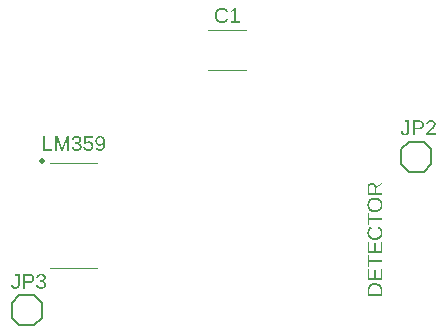
<source format=gbr>
G04 EAGLE Gerber RS-274X export*
G75*
%MOMM*%
%FSLAX34Y34*%
%LPD*%
%INSilkscreen Top*%
%IPPOS*%
%AMOC8*
5,1,8,0,0,1.08239X$1,22.5*%
G01*
G04 Define Apertures*
%ADD10C,0.120000*%
%ADD11C,0.500000*%
%ADD12C,0.152400*%
G36*
X265463Y393166D02*
X265005Y393178D01*
X264562Y393214D01*
X264135Y393275D01*
X263724Y393360D01*
X263328Y393469D01*
X262948Y393602D01*
X262584Y393759D01*
X262236Y393941D01*
X261906Y394145D01*
X261595Y394370D01*
X261306Y394616D01*
X261036Y394883D01*
X260787Y395170D01*
X260558Y395478D01*
X260349Y395807D01*
X260160Y396157D01*
X259993Y396525D01*
X259848Y396910D01*
X259725Y397312D01*
X259625Y397730D01*
X259547Y398165D01*
X259491Y398616D01*
X259457Y399084D01*
X259446Y399568D01*
X259453Y399932D01*
X259471Y400286D01*
X259502Y400630D01*
X259546Y400964D01*
X259602Y401288D01*
X259670Y401602D01*
X259751Y401906D01*
X259845Y402200D01*
X259951Y402484D01*
X260069Y402758D01*
X260343Y403276D01*
X260667Y403755D01*
X261040Y404193D01*
X261458Y404585D01*
X261914Y404925D01*
X262156Y405075D01*
X262408Y405212D01*
X262670Y405336D01*
X262941Y405447D01*
X263222Y405546D01*
X263512Y405630D01*
X263812Y405702D01*
X264121Y405761D01*
X264440Y405807D01*
X264769Y405840D01*
X265107Y405859D01*
X265455Y405866D01*
X265937Y405854D01*
X266399Y405818D01*
X266842Y405757D01*
X267263Y405673D01*
X267665Y405565D01*
X268046Y405432D01*
X268407Y405276D01*
X268748Y405095D01*
X269068Y404891D01*
X269365Y404663D01*
X269641Y404412D01*
X269895Y404138D01*
X270127Y403841D01*
X270338Y403520D01*
X270526Y403176D01*
X270692Y402809D01*
X269107Y402283D01*
X268992Y402545D01*
X268860Y402790D01*
X268712Y403020D01*
X268548Y403234D01*
X268367Y403432D01*
X268170Y403614D01*
X267957Y403780D01*
X267727Y403930D01*
X267484Y404064D01*
X267230Y404179D01*
X266965Y404277D01*
X266689Y404357D01*
X266401Y404419D01*
X266103Y404464D01*
X265793Y404490D01*
X265472Y404499D01*
X264974Y404479D01*
X264504Y404417D01*
X264063Y404314D01*
X263650Y404170D01*
X263266Y403984D01*
X262910Y403758D01*
X262583Y403490D01*
X262284Y403181D01*
X262017Y402836D01*
X261786Y402461D01*
X261590Y402055D01*
X261430Y401619D01*
X261306Y401152D01*
X261217Y400655D01*
X261163Y400127D01*
X261145Y399568D01*
X261164Y399015D01*
X261220Y398490D01*
X261312Y397992D01*
X261442Y397522D01*
X261609Y397080D01*
X261813Y396666D01*
X262054Y396279D01*
X262332Y395920D01*
X262642Y395597D01*
X262978Y395317D01*
X263340Y395080D01*
X263728Y394886D01*
X264142Y394735D01*
X264583Y394627D01*
X265050Y394562D01*
X265542Y394541D01*
X265861Y394551D01*
X266170Y394581D01*
X266469Y394631D01*
X266758Y394701D01*
X267037Y394792D01*
X267306Y394902D01*
X267564Y395032D01*
X267813Y395182D01*
X268051Y395353D01*
X268280Y395543D01*
X268498Y395754D01*
X268707Y395984D01*
X268905Y396235D01*
X269093Y396506D01*
X269272Y396796D01*
X269440Y397107D01*
X270806Y396424D01*
X270606Y396037D01*
X270387Y395675D01*
X270148Y395336D01*
X269890Y395020D01*
X269612Y394729D01*
X269316Y394462D01*
X269000Y394218D01*
X268665Y393998D01*
X268313Y393803D01*
X267947Y393634D01*
X267568Y393491D01*
X267175Y393374D01*
X266768Y393283D01*
X266347Y393218D01*
X265912Y393179D01*
X265463Y393166D01*
G37*
G36*
X280573Y393341D02*
X272839Y393341D01*
X272839Y394681D01*
X275984Y394681D01*
X275984Y404175D01*
X273198Y402187D01*
X273198Y403676D01*
X276115Y405682D01*
X277569Y405682D01*
X277569Y394681D01*
X280573Y394681D01*
X280573Y393341D01*
G37*
G36*
X394923Y233091D02*
X394558Y233097D01*
X394203Y233116D01*
X393858Y233148D01*
X393523Y233192D01*
X393199Y233249D01*
X392884Y233319D01*
X392580Y233401D01*
X392285Y233496D01*
X392001Y233604D01*
X391727Y233724D01*
X391463Y233857D01*
X391209Y234002D01*
X390731Y234332D01*
X390294Y234711D01*
X389903Y235136D01*
X389727Y235364D01*
X389564Y235601D01*
X389414Y235848D01*
X389277Y236105D01*
X389153Y236372D01*
X389042Y236649D01*
X388945Y236936D01*
X388860Y237233D01*
X388788Y237540D01*
X388730Y237856D01*
X388684Y238183D01*
X388651Y238519D01*
X388632Y238866D01*
X388625Y239222D01*
X388637Y239685D01*
X388672Y240132D01*
X388731Y240564D01*
X388813Y240980D01*
X388918Y241381D01*
X389047Y241766D01*
X389199Y242135D01*
X389374Y242489D01*
X389572Y242825D01*
X389791Y243140D01*
X390031Y243435D01*
X390293Y243710D01*
X390575Y243964D01*
X390879Y244198D01*
X391204Y244411D01*
X391551Y244604D01*
X391916Y244776D01*
X392297Y244924D01*
X392694Y245050D01*
X393107Y245153D01*
X393537Y245233D01*
X393983Y245290D01*
X394445Y245324D01*
X394923Y245335D01*
X395399Y245324D01*
X395860Y245289D01*
X396307Y245231D01*
X396738Y245150D01*
X397154Y245046D01*
X397555Y244919D01*
X397941Y244769D01*
X398312Y244595D01*
X398665Y244400D01*
X398997Y244185D01*
X399308Y243950D01*
X399598Y243694D01*
X399866Y243419D01*
X400114Y243123D01*
X400340Y242807D01*
X400546Y242471D01*
X400728Y242118D01*
X400887Y241748D01*
X401021Y241363D01*
X401130Y240963D01*
X401216Y240547D01*
X401276Y240115D01*
X401313Y239667D01*
X401325Y239205D01*
X401313Y238738D01*
X401277Y238287D01*
X401217Y237852D01*
X401133Y237434D01*
X401024Y237032D01*
X400892Y236647D01*
X400735Y236277D01*
X400554Y235924D01*
X400351Y235590D01*
X400126Y235275D01*
X399880Y234982D01*
X399612Y234708D01*
X399322Y234455D01*
X399012Y234222D01*
X398679Y234010D01*
X398325Y233818D01*
X397953Y233648D01*
X397566Y233500D01*
X397163Y233375D01*
X396746Y233273D01*
X396313Y233193D01*
X395865Y233136D01*
X395401Y233102D01*
X394923Y233091D01*
G37*
%LPC*%
G36*
X394923Y234790D02*
X395488Y234808D01*
X396023Y234863D01*
X396529Y234955D01*
X397004Y235083D01*
X397449Y235247D01*
X397865Y235448D01*
X398250Y235685D01*
X398606Y235959D01*
X398925Y236266D01*
X399202Y236601D01*
X399436Y236964D01*
X399627Y237355D01*
X399776Y237775D01*
X399883Y238223D01*
X399946Y238700D01*
X399968Y239205D01*
X399947Y239723D01*
X399885Y240211D01*
X399782Y240668D01*
X399638Y241093D01*
X399453Y241488D01*
X399226Y241851D01*
X398958Y242183D01*
X398649Y242485D01*
X398303Y242752D01*
X397922Y242985D01*
X397508Y243181D01*
X397059Y243342D01*
X396576Y243467D01*
X396059Y243556D01*
X395508Y243610D01*
X394923Y243628D01*
X394362Y243610D01*
X393833Y243556D01*
X393334Y243466D01*
X392867Y243340D01*
X392430Y243178D01*
X392024Y242980D01*
X391649Y242746D01*
X391305Y242476D01*
X390998Y242173D01*
X390731Y241841D01*
X390505Y241478D01*
X390320Y241087D01*
X390176Y240665D01*
X390074Y240214D01*
X390012Y239733D01*
X389992Y239222D01*
X390012Y238707D01*
X390073Y238222D01*
X390174Y237768D01*
X390316Y237343D01*
X390498Y236949D01*
X390721Y236585D01*
X390984Y236250D01*
X391288Y235946D01*
X391628Y235675D01*
X392001Y235441D01*
X392407Y235242D01*
X392845Y235079D01*
X393315Y234953D01*
X393819Y234862D01*
X394354Y234808D01*
X394923Y234790D01*
G37*
%LPD*%
G36*
X401150Y162307D02*
X388809Y162307D01*
X388809Y166388D01*
X388815Y166774D01*
X388834Y167150D01*
X388865Y167514D01*
X388908Y167866D01*
X388963Y168208D01*
X389030Y168538D01*
X389110Y168858D01*
X389202Y169166D01*
X389307Y169463D01*
X389423Y169748D01*
X389552Y170023D01*
X389694Y170286D01*
X389847Y170538D01*
X390013Y170779D01*
X390191Y171009D01*
X390381Y171227D01*
X390583Y171434D01*
X390795Y171626D01*
X391018Y171806D01*
X391250Y171973D01*
X391494Y172126D01*
X391747Y172265D01*
X392011Y172392D01*
X392285Y172505D01*
X392570Y172605D01*
X392865Y172691D01*
X393170Y172764D01*
X393486Y172824D01*
X393812Y172871D01*
X394149Y172904D01*
X394495Y172924D01*
X394853Y172931D01*
X395323Y172919D01*
X395777Y172884D01*
X396218Y172826D01*
X396643Y172745D01*
X397053Y172640D01*
X397448Y172512D01*
X397829Y172361D01*
X398194Y172186D01*
X398542Y171990D01*
X398868Y171775D01*
X399174Y171540D01*
X399459Y171286D01*
X399722Y171013D01*
X399965Y170720D01*
X400187Y170407D01*
X400388Y170075D01*
X400567Y169727D01*
X400721Y169366D01*
X400852Y168992D01*
X400960Y168604D01*
X401043Y168203D01*
X401102Y167790D01*
X401138Y167363D01*
X401150Y166922D01*
X401150Y162307D01*
G37*
%LPC*%
G36*
X399810Y163980D02*
X399810Y166730D01*
X399801Y167064D01*
X399773Y167388D01*
X399726Y167702D01*
X399661Y168005D01*
X399577Y168298D01*
X399475Y168581D01*
X399354Y168854D01*
X399214Y169116D01*
X399057Y169366D01*
X398884Y169601D01*
X398694Y169821D01*
X398487Y170026D01*
X398265Y170216D01*
X398025Y170392D01*
X397770Y170552D01*
X397498Y170697D01*
X397211Y170827D01*
X396912Y170939D01*
X396600Y171034D01*
X396276Y171111D01*
X395939Y171172D01*
X395589Y171215D01*
X395227Y171241D01*
X394853Y171249D01*
X394296Y171229D01*
X393773Y171171D01*
X393285Y171072D01*
X392831Y170935D01*
X392410Y170758D01*
X392024Y170542D01*
X391672Y170287D01*
X391354Y169992D01*
X391071Y169660D01*
X390827Y169294D01*
X390620Y168891D01*
X390450Y168454D01*
X390319Y167982D01*
X390225Y167474D01*
X390168Y166931D01*
X390149Y166353D01*
X390149Y163980D01*
X399810Y163980D01*
G37*
%LPD*%
G36*
X401150Y247682D02*
X388809Y247682D01*
X388809Y253489D01*
X388824Y253995D01*
X388868Y254471D01*
X388940Y254918D01*
X389042Y255336D01*
X389174Y255723D01*
X389334Y256081D01*
X389523Y256409D01*
X389742Y256707D01*
X389987Y256973D01*
X390254Y257204D01*
X390544Y257399D01*
X390858Y257558D01*
X391194Y257682D01*
X391553Y257771D01*
X391934Y257824D01*
X392339Y257842D01*
X392676Y257829D01*
X392999Y257791D01*
X393309Y257729D01*
X393605Y257641D01*
X393887Y257529D01*
X394155Y257391D01*
X394410Y257228D01*
X394651Y257040D01*
X394875Y256830D01*
X395077Y256601D01*
X395257Y256354D01*
X395323Y256243D01*
X395415Y256087D01*
X395552Y255801D01*
X395668Y255496D01*
X395761Y255172D01*
X395834Y254829D01*
X398097Y256320D01*
X401150Y258332D01*
X401150Y256405D01*
X396026Y253200D01*
X396026Y249355D01*
X401150Y249355D01*
X401150Y247682D01*
G37*
%LPC*%
G36*
X394704Y249355D02*
X394704Y253392D01*
X394694Y253713D01*
X394665Y254016D01*
X394617Y254300D01*
X394549Y254565D01*
X394463Y254811D01*
X394356Y255039D01*
X394231Y255247D01*
X394086Y255437D01*
X393924Y255607D01*
X393747Y255753D01*
X393554Y255878D01*
X393345Y255979D01*
X393121Y256058D01*
X392882Y256115D01*
X392627Y256149D01*
X392356Y256160D01*
X392095Y256148D01*
X391850Y256114D01*
X391621Y256057D01*
X391407Y255977D01*
X391210Y255874D01*
X391029Y255749D01*
X390863Y255600D01*
X390714Y255429D01*
X390582Y255236D01*
X390467Y255023D01*
X390370Y254790D01*
X390291Y254536D01*
X390229Y254263D01*
X390185Y253969D01*
X390158Y253656D01*
X390149Y253322D01*
X390149Y249355D01*
X394704Y249355D01*
G37*
%LPD*%
G36*
X401150Y175244D02*
X388809Y175244D01*
X388809Y184607D01*
X390176Y184607D01*
X390176Y176917D01*
X394134Y176917D01*
X394134Y184082D01*
X395483Y184082D01*
X395483Y176917D01*
X399784Y176917D01*
X399784Y184966D01*
X401150Y184966D01*
X401150Y175244D01*
G37*
G36*
X401150Y198150D02*
X388809Y198150D01*
X388809Y207513D01*
X390176Y207513D01*
X390176Y199823D01*
X394134Y199823D01*
X394134Y206988D01*
X395483Y206988D01*
X395483Y199823D01*
X399784Y199823D01*
X399784Y207872D01*
X401150Y207872D01*
X401150Y198150D01*
G37*
G36*
X394923Y209559D02*
X394559Y209565D01*
X394205Y209584D01*
X393861Y209615D01*
X393527Y209658D01*
X393203Y209714D01*
X392889Y209783D01*
X392585Y209864D01*
X392291Y209957D01*
X392007Y210063D01*
X391733Y210181D01*
X391215Y210455D01*
X390736Y210779D01*
X390298Y211153D01*
X389906Y211570D01*
X389566Y212026D01*
X389416Y212269D01*
X389279Y212521D01*
X389155Y212782D01*
X389044Y213053D01*
X388946Y213334D01*
X388861Y213624D01*
X388789Y213924D01*
X388730Y214233D01*
X388684Y214552D01*
X388651Y214881D01*
X388632Y215219D01*
X388625Y215567D01*
X388637Y216050D01*
X388673Y216512D01*
X388734Y216954D01*
X388818Y217376D01*
X388926Y217777D01*
X389059Y218158D01*
X389215Y218519D01*
X389396Y218860D01*
X389600Y219180D01*
X389828Y219478D01*
X390079Y219754D01*
X390353Y220008D01*
X390650Y220240D01*
X390971Y220450D01*
X391315Y220638D01*
X391682Y220805D01*
X392208Y219219D01*
X391946Y219104D01*
X391701Y218972D01*
X391471Y218824D01*
X391257Y218660D01*
X391059Y218479D01*
X390877Y218282D01*
X390711Y218069D01*
X390561Y217840D01*
X390428Y217597D01*
X390312Y217342D01*
X390214Y217077D01*
X390134Y216801D01*
X390072Y216513D01*
X390027Y216215D01*
X390001Y215905D01*
X389992Y215584D01*
X390012Y215086D01*
X390074Y214617D01*
X390177Y214175D01*
X390321Y213763D01*
X390507Y213378D01*
X390733Y213023D01*
X391001Y212695D01*
X391310Y212396D01*
X391655Y212130D01*
X392030Y211898D01*
X392436Y211703D01*
X392872Y211542D01*
X393339Y211418D01*
X393836Y211329D01*
X394364Y211276D01*
X394923Y211258D01*
X395476Y211276D01*
X396001Y211332D01*
X396499Y211425D01*
X396969Y211554D01*
X397411Y211721D01*
X397825Y211925D01*
X398212Y212166D01*
X398571Y212445D01*
X398894Y212754D01*
X399174Y213090D01*
X399411Y213452D01*
X399605Y213840D01*
X399756Y214255D01*
X399864Y214695D01*
X399929Y215162D01*
X399950Y215655D01*
X399940Y215974D01*
X399910Y216283D01*
X399860Y216581D01*
X399790Y216870D01*
X399699Y217149D01*
X399589Y217418D01*
X399459Y217677D01*
X399309Y217925D01*
X399138Y218164D01*
X398948Y218392D01*
X398737Y218611D01*
X398507Y218819D01*
X398256Y219017D01*
X397985Y219206D01*
X397695Y219384D01*
X397384Y219552D01*
X398067Y220918D01*
X398454Y220718D01*
X398816Y220499D01*
X399155Y220260D01*
X399471Y220002D01*
X399762Y219725D01*
X400029Y219428D01*
X400273Y219112D01*
X400493Y218777D01*
X400688Y218425D01*
X400857Y218060D01*
X401000Y217680D01*
X401117Y217287D01*
X401208Y216880D01*
X401273Y216459D01*
X401312Y216024D01*
X401325Y215576D01*
X401313Y215117D01*
X401277Y214674D01*
X401216Y214247D01*
X401131Y213836D01*
X401022Y213440D01*
X400889Y213061D01*
X400732Y212697D01*
X400550Y212348D01*
X400346Y212018D01*
X400121Y211708D01*
X399875Y211418D01*
X399609Y211148D01*
X399321Y210899D01*
X399013Y210670D01*
X398684Y210461D01*
X398334Y210272D01*
X397966Y210105D01*
X397581Y209960D01*
X397179Y209837D01*
X396761Y209737D01*
X396326Y209659D01*
X395875Y209603D01*
X395407Y209570D01*
X394923Y209559D01*
G37*
G36*
X390176Y186144D02*
X388809Y186144D01*
X388809Y196287D01*
X390176Y196287D01*
X390176Y192048D01*
X401150Y192048D01*
X401150Y190383D01*
X390176Y190383D01*
X390176Y186144D01*
G37*
G36*
X390176Y222019D02*
X388809Y222019D01*
X388809Y232162D01*
X390176Y232162D01*
X390176Y227923D01*
X401150Y227923D01*
X401150Y226258D01*
X390176Y226258D01*
X390176Y222019D01*
G37*
G36*
X162081Y284837D02*
X161729Y284846D01*
X161394Y284875D01*
X161078Y284922D01*
X160779Y284989D01*
X160499Y285075D01*
X160236Y285179D01*
X159991Y285303D01*
X159765Y285446D01*
X159554Y285609D01*
X159360Y285797D01*
X159181Y286007D01*
X159017Y286241D01*
X158869Y286499D01*
X158736Y286780D01*
X158618Y287084D01*
X158516Y287412D01*
X160023Y287648D01*
X160159Y287287D01*
X160331Y286974D01*
X160538Y286709D01*
X160781Y286492D01*
X161059Y286324D01*
X161373Y286203D01*
X161722Y286131D01*
X161910Y286113D01*
X162107Y286107D01*
X162437Y286127D01*
X162748Y286186D01*
X163039Y286284D01*
X163312Y286422D01*
X163565Y286599D01*
X163799Y286816D01*
X164014Y287072D01*
X164210Y287368D01*
X164385Y287700D01*
X164537Y288066D01*
X164668Y288465D01*
X164777Y288899D01*
X164863Y289365D01*
X164927Y289866D01*
X164969Y290400D01*
X164989Y290968D01*
X164894Y290776D01*
X164783Y290593D01*
X164656Y290420D01*
X164514Y290257D01*
X164356Y290104D01*
X164183Y289960D01*
X163994Y289826D01*
X163789Y289702D01*
X163574Y289590D01*
X163354Y289493D01*
X163129Y289411D01*
X162898Y289344D01*
X162662Y289292D01*
X162421Y289255D01*
X162175Y289232D01*
X161924Y289225D01*
X161518Y289243D01*
X161133Y289296D01*
X160769Y289385D01*
X160426Y289510D01*
X160103Y289670D01*
X159802Y289865D01*
X159521Y290097D01*
X159261Y290363D01*
X159027Y290660D01*
X158824Y290979D01*
X158653Y291322D01*
X158512Y291688D01*
X158403Y292078D01*
X158325Y292490D01*
X158278Y292926D01*
X158262Y293385D01*
X158279Y293856D01*
X158330Y294301D01*
X158415Y294721D01*
X158534Y295114D01*
X158687Y295481D01*
X158873Y295823D01*
X159094Y296139D01*
X159349Y296429D01*
X159633Y296688D01*
X159945Y296913D01*
X160283Y297104D01*
X160647Y297260D01*
X161038Y297381D01*
X161456Y297467D01*
X161900Y297519D01*
X162370Y297537D01*
X162624Y297531D01*
X162869Y297513D01*
X163337Y297441D01*
X163774Y297322D01*
X164179Y297156D01*
X164553Y296941D01*
X164896Y296679D01*
X165208Y296370D01*
X165488Y296013D01*
X165737Y295608D01*
X165952Y295155D01*
X166134Y294654D01*
X166283Y294106D01*
X166399Y293509D01*
X166482Y292865D01*
X166532Y292172D01*
X166548Y291432D01*
X166530Y290660D01*
X166476Y289934D01*
X166385Y289254D01*
X166258Y288621D01*
X166095Y288033D01*
X165895Y287491D01*
X165660Y286995D01*
X165388Y286545D01*
X165082Y286144D01*
X164746Y285798D01*
X164379Y285504D01*
X163981Y285264D01*
X163552Y285077D01*
X163326Y285004D01*
X163093Y284944D01*
X162851Y284897D01*
X162602Y284864D01*
X162346Y284844D01*
X162081Y284837D01*
G37*
%LPC*%
G36*
X162300Y290469D02*
X162636Y290488D01*
X162959Y290546D01*
X163271Y290643D01*
X163570Y290780D01*
X163848Y290951D01*
X164095Y291155D01*
X164310Y291391D01*
X164494Y291660D01*
X164642Y291954D01*
X164747Y292268D01*
X164810Y292602D01*
X164831Y292956D01*
X164821Y293319D01*
X164789Y293664D01*
X164735Y293991D01*
X164661Y294299D01*
X164565Y294590D01*
X164447Y294862D01*
X164308Y295116D01*
X164148Y295351D01*
X163970Y295564D01*
X163778Y295748D01*
X163571Y295904D01*
X163349Y296031D01*
X163113Y296130D01*
X162862Y296201D01*
X162597Y296244D01*
X162318Y296258D01*
X162041Y296246D01*
X161778Y296210D01*
X161531Y296149D01*
X161300Y296064D01*
X161083Y295955D01*
X160881Y295822D01*
X160694Y295665D01*
X160522Y295483D01*
X160368Y295281D01*
X160235Y295061D01*
X160122Y294825D01*
X160030Y294571D01*
X159958Y294300D01*
X159906Y294012D01*
X159876Y293707D01*
X159865Y293385D01*
X159876Y293057D01*
X159906Y292746D01*
X159958Y292453D01*
X160030Y292178D01*
X160122Y291920D01*
X160235Y291680D01*
X160368Y291457D01*
X160522Y291252D01*
X160694Y291069D01*
X160880Y290910D01*
X161080Y290775D01*
X161295Y290665D01*
X161525Y290579D01*
X161769Y290518D01*
X162027Y290481D01*
X162300Y290469D01*
G37*
%LPD*%
G36*
X125507Y285012D02*
X124018Y285012D01*
X124018Y297353D01*
X126216Y297353D01*
X129501Y288796D01*
X129673Y288260D01*
X129838Y287688D01*
X130053Y286834D01*
X130161Y287275D01*
X130346Y287898D01*
X130533Y288479D01*
X130648Y288796D01*
X133871Y297353D01*
X136017Y297353D01*
X136017Y285012D01*
X134511Y285012D01*
X134511Y293245D01*
X134531Y294585D01*
X134590Y295873D01*
X134182Y294476D01*
X133995Y293905D01*
X133819Y293420D01*
X130631Y285012D01*
X129457Y285012D01*
X126225Y293420D01*
X125735Y294909D01*
X125446Y295873D01*
X125472Y294900D01*
X125507Y293245D01*
X125507Y285012D01*
G37*
G36*
X152296Y284837D02*
X151875Y284849D01*
X151475Y284884D01*
X151096Y284943D01*
X150737Y285025D01*
X150400Y285131D01*
X150083Y285261D01*
X149787Y285414D01*
X149511Y285590D01*
X149258Y285789D01*
X149030Y286009D01*
X148826Y286250D01*
X148646Y286512D01*
X148491Y286795D01*
X148360Y287099D01*
X148253Y287425D01*
X148171Y287771D01*
X149765Y287955D01*
X149834Y287733D01*
X149914Y287526D01*
X150007Y287333D01*
X150113Y287154D01*
X150230Y286990D01*
X150360Y286839D01*
X150502Y286704D01*
X150656Y286582D01*
X150823Y286475D01*
X151002Y286382D01*
X151193Y286303D01*
X151396Y286239D01*
X151611Y286189D01*
X151839Y286153D01*
X152079Y286131D01*
X152331Y286124D01*
X152640Y286136D01*
X152932Y286172D01*
X153206Y286232D01*
X153463Y286316D01*
X153703Y286424D01*
X153926Y286555D01*
X154131Y286711D01*
X154320Y286891D01*
X154488Y287091D01*
X154634Y287310D01*
X154757Y287546D01*
X154858Y287801D01*
X154937Y288073D01*
X154993Y288363D01*
X155027Y288671D01*
X155038Y288997D01*
X155027Y289281D01*
X154993Y289552D01*
X154936Y289808D01*
X154857Y290050D01*
X154756Y290279D01*
X154631Y290493D01*
X154485Y290694D01*
X154315Y290880D01*
X154127Y291049D01*
X153922Y291194D01*
X153702Y291318D01*
X153467Y291419D01*
X153215Y291497D01*
X152948Y291554D01*
X152665Y291587D01*
X152366Y291598D01*
X152052Y291586D01*
X151749Y291548D01*
X151457Y291485D01*
X151175Y291397D01*
X150899Y291279D01*
X150623Y291125D01*
X150348Y290937D01*
X150072Y290714D01*
X148530Y290714D01*
X148942Y297353D01*
X155957Y297353D01*
X155957Y296013D01*
X150378Y296013D01*
X150142Y292098D01*
X150406Y292282D01*
X150685Y292443D01*
X150981Y292578D01*
X151291Y292689D01*
X151618Y292775D01*
X151960Y292837D01*
X152317Y292874D01*
X152691Y292886D01*
X153134Y292869D01*
X153555Y292819D01*
X153953Y292736D01*
X154327Y292619D01*
X154679Y292469D01*
X155007Y292285D01*
X155312Y292068D01*
X155594Y291817D01*
X155847Y291540D01*
X156067Y291243D01*
X156253Y290925D01*
X156405Y290587D01*
X156524Y290229D01*
X156608Y289850D01*
X156659Y289451D01*
X156676Y289032D01*
X156658Y288557D01*
X156603Y288108D01*
X156512Y287684D01*
X156386Y287287D01*
X156222Y286916D01*
X156023Y286570D01*
X155787Y286251D01*
X155515Y285958D01*
X155211Y285695D01*
X154879Y285467D01*
X154519Y285275D01*
X154130Y285117D01*
X153714Y284995D01*
X153269Y284907D01*
X152797Y284854D01*
X152296Y284837D01*
G37*
G36*
X142485Y284837D02*
X142029Y284850D01*
X141595Y284890D01*
X141186Y284956D01*
X140800Y285048D01*
X140438Y285167D01*
X140100Y285312D01*
X139785Y285484D01*
X139494Y285682D01*
X139229Y285906D01*
X138993Y286155D01*
X138784Y286430D01*
X138604Y286730D01*
X138452Y287055D01*
X138329Y287406D01*
X138234Y287781D01*
X138167Y288183D01*
X139796Y288331D01*
X139844Y288066D01*
X139907Y287818D01*
X139987Y287587D01*
X140083Y287374D01*
X140194Y287177D01*
X140322Y286997D01*
X140466Y286835D01*
X140626Y286689D01*
X140802Y286561D01*
X140995Y286450D01*
X141203Y286356D01*
X141427Y286279D01*
X141668Y286219D01*
X141924Y286176D01*
X142197Y286150D01*
X142485Y286142D01*
X142775Y286151D01*
X143049Y286179D01*
X143307Y286224D01*
X143548Y286289D01*
X143774Y286371D01*
X143984Y286472D01*
X144178Y286591D01*
X144355Y286729D01*
X144514Y286884D01*
X144652Y287058D01*
X144769Y287249D01*
X144864Y287458D01*
X144939Y287685D01*
X144992Y287929D01*
X145023Y288191D01*
X145034Y288472D01*
X145022Y288717D01*
X144986Y288948D01*
X144925Y289165D01*
X144840Y289368D01*
X144731Y289558D01*
X144598Y289734D01*
X144441Y289896D01*
X144259Y290044D01*
X144054Y290176D01*
X143828Y290291D01*
X143581Y290388D01*
X143312Y290467D01*
X143021Y290529D01*
X142709Y290573D01*
X142376Y290600D01*
X142021Y290609D01*
X141128Y290609D01*
X141128Y291975D01*
X141986Y291975D01*
X142301Y291984D01*
X142598Y292010D01*
X142876Y292054D01*
X143137Y292116D01*
X143379Y292196D01*
X143603Y292293D01*
X143809Y292408D01*
X143996Y292540D01*
X144163Y292688D01*
X144308Y292850D01*
X144431Y293025D01*
X144532Y293213D01*
X144610Y293415D01*
X144665Y293631D01*
X144699Y293861D01*
X144710Y294103D01*
X144701Y294344D01*
X144674Y294572D01*
X144628Y294787D01*
X144564Y294989D01*
X144482Y295178D01*
X144382Y295354D01*
X144264Y295517D01*
X144128Y295667D01*
X143973Y295801D01*
X143801Y295918D01*
X143611Y296016D01*
X143404Y296097D01*
X143179Y296160D01*
X142936Y296205D01*
X142676Y296231D01*
X142398Y296240D01*
X142143Y296232D01*
X141901Y296207D01*
X141672Y296165D01*
X141455Y296107D01*
X141251Y296032D01*
X141058Y295940D01*
X140879Y295831D01*
X140712Y295706D01*
X140559Y295566D01*
X140423Y295412D01*
X140305Y295244D01*
X140203Y295062D01*
X140117Y294867D01*
X140049Y294658D01*
X139998Y294436D01*
X139963Y294200D01*
X138378Y294322D01*
X138435Y294691D01*
X138522Y295038D01*
X138636Y295365D01*
X138779Y295671D01*
X138951Y295956D01*
X139150Y296221D01*
X139378Y296464D01*
X139634Y296687D01*
X139914Y296886D01*
X140214Y297059D01*
X140532Y297205D01*
X140870Y297324D01*
X141228Y297417D01*
X141604Y297484D01*
X142000Y297523D01*
X142415Y297537D01*
X142866Y297523D01*
X143292Y297483D01*
X143691Y297415D01*
X144065Y297321D01*
X144413Y297200D01*
X144735Y297051D01*
X145031Y296876D01*
X145301Y296674D01*
X145542Y296448D01*
X145751Y296200D01*
X145928Y295932D01*
X146073Y295642D01*
X146186Y295330D01*
X146266Y294998D01*
X146314Y294645D01*
X146330Y294270D01*
X146320Y293981D01*
X146289Y293706D01*
X146237Y293445D01*
X146165Y293198D01*
X146072Y292965D01*
X145958Y292745D01*
X145824Y292539D01*
X145669Y292347D01*
X145494Y292170D01*
X145301Y292007D01*
X145089Y291859D01*
X144858Y291727D01*
X144608Y291609D01*
X144340Y291506D01*
X144052Y291418D01*
X143747Y291344D01*
X143747Y291309D01*
X144083Y291262D01*
X144400Y291196D01*
X144698Y291109D01*
X144977Y291003D01*
X145237Y290877D01*
X145477Y290731D01*
X145699Y290566D01*
X145901Y290381D01*
X146082Y290180D01*
X146238Y289966D01*
X146371Y289740D01*
X146479Y289501D01*
X146563Y289249D01*
X146624Y288985D01*
X146660Y288708D01*
X146672Y288419D01*
X146655Y288004D01*
X146604Y287613D01*
X146519Y287247D01*
X146400Y286904D01*
X146248Y286585D01*
X146061Y286291D01*
X145840Y286020D01*
X145586Y285774D01*
X145300Y285554D01*
X144985Y285364D01*
X144641Y285203D01*
X144268Y285071D01*
X143866Y284969D01*
X143434Y284895D01*
X142974Y284852D01*
X142485Y284837D01*
G37*
G36*
X121958Y285012D02*
X114049Y285012D01*
X114049Y297353D01*
X115722Y297353D01*
X115722Y286378D01*
X121958Y286378D01*
X121958Y285012D01*
G37*
G36*
X428651Y298288D02*
X426978Y298288D01*
X426978Y310629D01*
X432172Y310629D01*
X432676Y310614D01*
X433151Y310568D01*
X433597Y310492D01*
X434013Y310386D01*
X434401Y310249D01*
X434759Y310082D01*
X435087Y309884D01*
X435386Y309657D01*
X435653Y309401D01*
X435885Y309121D01*
X436080Y308815D01*
X436240Y308485D01*
X436365Y308130D01*
X436454Y307750D01*
X436507Y307345D01*
X436525Y306915D01*
X436507Y306488D01*
X436454Y306084D01*
X436364Y305702D01*
X436239Y305343D01*
X436079Y305006D01*
X435882Y304692D01*
X435650Y304400D01*
X435382Y304130D01*
X435083Y303888D01*
X434759Y303678D01*
X434410Y303500D01*
X434034Y303355D01*
X433633Y303242D01*
X433207Y303161D01*
X432755Y303113D01*
X432277Y303096D01*
X428651Y303096D01*
X428651Y298288D01*
G37*
%LPC*%
G36*
X432041Y304419D02*
X432380Y304429D01*
X432698Y304458D01*
X432993Y304506D01*
X433267Y304574D01*
X433519Y304661D01*
X433749Y304768D01*
X433957Y304893D01*
X434143Y305039D01*
X434307Y305203D01*
X434449Y305387D01*
X434570Y305591D01*
X434668Y305813D01*
X434745Y306055D01*
X434800Y306317D01*
X434832Y306597D01*
X434843Y306898D01*
X434832Y307187D01*
X434798Y307458D01*
X434742Y307710D01*
X434664Y307944D01*
X434563Y308159D01*
X434439Y308355D01*
X434293Y308532D01*
X434125Y308691D01*
X433934Y308831D01*
X433721Y308952D01*
X433486Y309055D01*
X433227Y309139D01*
X432947Y309205D01*
X432644Y309251D01*
X432318Y309279D01*
X431971Y309289D01*
X428651Y309289D01*
X428651Y304419D01*
X432041Y304419D01*
G37*
%LPD*%
G36*
X446518Y298288D02*
X438346Y298288D01*
X438346Y299400D01*
X438582Y299898D01*
X438842Y300365D01*
X439127Y300802D01*
X439437Y301209D01*
X439763Y301592D01*
X440097Y301956D01*
X440439Y302301D01*
X440790Y302628D01*
X441496Y303240D01*
X442196Y303806D01*
X442858Y304349D01*
X443453Y304892D01*
X443719Y305167D01*
X443960Y305448D01*
X444173Y305736D01*
X444359Y306031D01*
X444510Y306338D01*
X444619Y306666D01*
X444683Y307013D01*
X444705Y307379D01*
X444696Y307626D01*
X444668Y307859D01*
X444621Y308077D01*
X444556Y308281D01*
X444472Y308471D01*
X444370Y308647D01*
X444249Y308809D01*
X444110Y308956D01*
X443953Y309087D01*
X443783Y309201D01*
X443598Y309297D01*
X443398Y309376D01*
X443184Y309438D01*
X442955Y309481D01*
X442712Y309508D01*
X442454Y309516D01*
X442208Y309508D01*
X441973Y309482D01*
X441749Y309439D01*
X441536Y309380D01*
X441334Y309303D01*
X441143Y309209D01*
X440963Y309097D01*
X440794Y308969D01*
X440640Y308825D01*
X440502Y308668D01*
X440381Y308496D01*
X440277Y308311D01*
X440189Y308112D01*
X440119Y307899D01*
X440065Y307672D01*
X440028Y307432D01*
X438416Y307581D01*
X438474Y307941D01*
X438561Y308283D01*
X438675Y308606D01*
X438818Y308910D01*
X438990Y309195D01*
X439189Y309461D01*
X439417Y309708D01*
X439673Y309937D01*
X439953Y310142D01*
X440253Y310320D01*
X440571Y310471D01*
X440909Y310594D01*
X441267Y310690D01*
X441643Y310758D01*
X442039Y310799D01*
X442454Y310813D01*
X442907Y310799D01*
X443333Y310758D01*
X443732Y310689D01*
X444104Y310593D01*
X444449Y310469D01*
X444767Y310318D01*
X445058Y310139D01*
X445323Y309932D01*
X445558Y309701D01*
X445761Y309446D01*
X445934Y309168D01*
X446075Y308867D01*
X446184Y308543D01*
X446263Y308196D01*
X446310Y307825D01*
X446325Y307432D01*
X446305Y307073D01*
X446243Y306716D01*
X446141Y306360D01*
X445997Y306004D01*
X445813Y305650D01*
X445589Y305295D01*
X445324Y304940D01*
X445020Y304585D01*
X444622Y304182D01*
X444077Y303681D01*
X443383Y303083D01*
X442542Y302387D01*
X442064Y301985D01*
X441637Y301604D01*
X441262Y301243D01*
X440939Y300902D01*
X440662Y300575D01*
X440427Y300253D01*
X440233Y299938D01*
X440081Y299628D01*
X446518Y299628D01*
X446518Y298288D01*
G37*
G36*
X420541Y298113D02*
X420159Y298126D01*
X419797Y298163D01*
X419454Y298227D01*
X419132Y298315D01*
X418830Y298429D01*
X418547Y298569D01*
X418285Y298733D01*
X418042Y298923D01*
X417820Y299138D01*
X417617Y299379D01*
X417434Y299645D01*
X417271Y299936D01*
X417128Y300252D01*
X417005Y300594D01*
X416902Y300961D01*
X416818Y301353D01*
X418456Y301625D01*
X418502Y301378D01*
X418560Y301145D01*
X418630Y300926D01*
X418712Y300721D01*
X418807Y300530D01*
X418914Y300352D01*
X419034Y300189D01*
X419166Y300040D01*
X419308Y299906D01*
X419459Y299791D01*
X419619Y299693D01*
X419787Y299613D01*
X419965Y299550D01*
X420151Y299506D01*
X420346Y299479D01*
X420549Y299470D01*
X420771Y299480D01*
X420981Y299510D01*
X421178Y299558D01*
X421364Y299627D01*
X421537Y299715D01*
X421699Y299823D01*
X421848Y299950D01*
X421986Y300097D01*
X422109Y300262D01*
X422216Y300446D01*
X422306Y300648D01*
X422380Y300868D01*
X422437Y301107D01*
X422478Y301364D01*
X422503Y301638D01*
X422511Y301932D01*
X422511Y309262D01*
X420138Y309262D01*
X420138Y310629D01*
X424175Y310629D01*
X424175Y301967D01*
X424160Y301530D01*
X424115Y301117D01*
X424039Y300728D01*
X423932Y300363D01*
X423796Y300022D01*
X423629Y299704D01*
X423431Y299411D01*
X423203Y299142D01*
X422949Y298901D01*
X422672Y298692D01*
X422373Y298515D01*
X422052Y298370D01*
X421707Y298258D01*
X421341Y298177D01*
X420952Y298129D01*
X420541Y298113D01*
G37*
G36*
X98651Y168288D02*
X96978Y168288D01*
X96978Y180629D01*
X102172Y180629D01*
X102676Y180614D01*
X103151Y180568D01*
X103597Y180492D01*
X104013Y180386D01*
X104401Y180249D01*
X104759Y180082D01*
X105087Y179884D01*
X105386Y179657D01*
X105653Y179401D01*
X105885Y179121D01*
X106080Y178815D01*
X106240Y178485D01*
X106365Y178130D01*
X106454Y177750D01*
X106507Y177345D01*
X106525Y176915D01*
X106507Y176488D01*
X106454Y176084D01*
X106364Y175702D01*
X106239Y175343D01*
X106079Y175006D01*
X105882Y174692D01*
X105650Y174400D01*
X105382Y174130D01*
X105083Y173888D01*
X104759Y173678D01*
X104410Y173500D01*
X104034Y173355D01*
X103633Y173242D01*
X103207Y173161D01*
X102755Y173113D01*
X102277Y173096D01*
X98651Y173096D01*
X98651Y168288D01*
G37*
%LPC*%
G36*
X102041Y174419D02*
X102380Y174429D01*
X102698Y174458D01*
X102993Y174506D01*
X103267Y174574D01*
X103519Y174661D01*
X103749Y174768D01*
X103957Y174893D01*
X104143Y175039D01*
X104307Y175203D01*
X104449Y175387D01*
X104570Y175591D01*
X104668Y175813D01*
X104745Y176055D01*
X104800Y176317D01*
X104832Y176597D01*
X104843Y176898D01*
X104832Y177187D01*
X104798Y177458D01*
X104742Y177710D01*
X104664Y177944D01*
X104563Y178159D01*
X104439Y178355D01*
X104293Y178532D01*
X104125Y178691D01*
X103934Y178831D01*
X103721Y178952D01*
X103486Y179055D01*
X103227Y179139D01*
X102947Y179205D01*
X102644Y179251D01*
X102318Y179279D01*
X101971Y179289D01*
X98651Y179289D01*
X98651Y174419D01*
X102041Y174419D01*
G37*
%LPD*%
G36*
X112445Y168113D02*
X111989Y168126D01*
X111556Y168166D01*
X111146Y168232D01*
X110760Y168324D01*
X110398Y168443D01*
X110060Y168588D01*
X109745Y168760D01*
X109454Y168958D01*
X109189Y169182D01*
X108953Y169431D01*
X108744Y169706D01*
X108564Y170006D01*
X108413Y170331D01*
X108289Y170682D01*
X108194Y171057D01*
X108127Y171459D01*
X109757Y171607D01*
X109804Y171342D01*
X109867Y171094D01*
X109947Y170863D01*
X110043Y170650D01*
X110155Y170453D01*
X110282Y170273D01*
X110426Y170111D01*
X110586Y169965D01*
X110762Y169837D01*
X110955Y169726D01*
X111163Y169632D01*
X111387Y169555D01*
X111628Y169495D01*
X111884Y169452D01*
X112157Y169426D01*
X112445Y169418D01*
X112735Y169427D01*
X113009Y169455D01*
X113267Y169500D01*
X113508Y169565D01*
X113734Y169647D01*
X113944Y169748D01*
X114138Y169867D01*
X114315Y170005D01*
X114474Y170160D01*
X114612Y170334D01*
X114729Y170525D01*
X114824Y170734D01*
X114899Y170961D01*
X114952Y171205D01*
X114984Y171467D01*
X114994Y171748D01*
X114982Y171993D01*
X114946Y172224D01*
X114885Y172441D01*
X114800Y172644D01*
X114691Y172834D01*
X114558Y173010D01*
X114401Y173172D01*
X114219Y173320D01*
X114014Y173452D01*
X113788Y173567D01*
X113541Y173664D01*
X113272Y173743D01*
X112981Y173805D01*
X112670Y173849D01*
X112336Y173876D01*
X111981Y173885D01*
X111088Y173885D01*
X111088Y175251D01*
X111946Y175251D01*
X112261Y175260D01*
X112558Y175286D01*
X112836Y175330D01*
X113097Y175392D01*
X113339Y175472D01*
X113563Y175569D01*
X113769Y175684D01*
X113956Y175816D01*
X114124Y175964D01*
X114269Y176126D01*
X114391Y176301D01*
X114492Y176489D01*
X114570Y176691D01*
X114625Y176907D01*
X114659Y177137D01*
X114670Y177379D01*
X114661Y177620D01*
X114634Y177848D01*
X114588Y178063D01*
X114524Y178265D01*
X114443Y178454D01*
X114342Y178630D01*
X114224Y178793D01*
X114088Y178943D01*
X113933Y179077D01*
X113761Y179194D01*
X113571Y179292D01*
X113364Y179373D01*
X113139Y179436D01*
X112896Y179481D01*
X112636Y179507D01*
X112358Y179516D01*
X112103Y179508D01*
X111862Y179483D01*
X111632Y179441D01*
X111415Y179383D01*
X111211Y179308D01*
X111019Y179216D01*
X110839Y179107D01*
X110672Y178982D01*
X110519Y178842D01*
X110384Y178688D01*
X110265Y178520D01*
X110163Y178338D01*
X110077Y178143D01*
X110009Y177934D01*
X109958Y177712D01*
X109923Y177476D01*
X108338Y177598D01*
X108396Y177967D01*
X108482Y178314D01*
X108596Y178641D01*
X108739Y178947D01*
X108911Y179232D01*
X109110Y179497D01*
X109338Y179740D01*
X109594Y179963D01*
X109875Y180162D01*
X110174Y180335D01*
X110493Y180481D01*
X110831Y180600D01*
X111188Y180693D01*
X111564Y180760D01*
X111960Y180799D01*
X112375Y180813D01*
X112827Y180799D01*
X113252Y180759D01*
X113652Y180691D01*
X114025Y180597D01*
X114373Y180476D01*
X114695Y180327D01*
X114991Y180152D01*
X115261Y179950D01*
X115502Y179724D01*
X115711Y179476D01*
X115888Y179208D01*
X116033Y178918D01*
X116146Y178606D01*
X116226Y178274D01*
X116274Y177921D01*
X116290Y177546D01*
X116280Y177257D01*
X116249Y176982D01*
X116197Y176721D01*
X116125Y176474D01*
X116032Y176241D01*
X115918Y176021D01*
X115784Y175815D01*
X115629Y175623D01*
X115454Y175446D01*
X115261Y175283D01*
X115049Y175135D01*
X114818Y175003D01*
X114568Y174885D01*
X114300Y174782D01*
X114013Y174694D01*
X113707Y174620D01*
X113707Y174585D01*
X114043Y174538D01*
X114360Y174472D01*
X114658Y174385D01*
X114937Y174279D01*
X115197Y174153D01*
X115438Y174007D01*
X115659Y173842D01*
X115861Y173657D01*
X116042Y173456D01*
X116198Y173242D01*
X116331Y173016D01*
X116439Y172777D01*
X116524Y172525D01*
X116584Y172261D01*
X116620Y171984D01*
X116632Y171695D01*
X116615Y171280D01*
X116564Y170889D01*
X116479Y170523D01*
X116360Y170180D01*
X116208Y169861D01*
X116021Y169567D01*
X115800Y169296D01*
X115546Y169050D01*
X115260Y168830D01*
X114945Y168640D01*
X114601Y168479D01*
X114228Y168347D01*
X113826Y168245D01*
X113395Y168171D01*
X112934Y168128D01*
X112445Y168113D01*
G37*
G36*
X90541Y168113D02*
X90159Y168126D01*
X89797Y168163D01*
X89454Y168227D01*
X89132Y168315D01*
X88830Y168429D01*
X88547Y168569D01*
X88285Y168733D01*
X88042Y168923D01*
X87820Y169138D01*
X87617Y169379D01*
X87434Y169645D01*
X87271Y169936D01*
X87128Y170252D01*
X87005Y170594D01*
X86902Y170961D01*
X86818Y171353D01*
X88456Y171625D01*
X88502Y171378D01*
X88560Y171145D01*
X88630Y170926D01*
X88712Y170721D01*
X88807Y170530D01*
X88914Y170352D01*
X89034Y170189D01*
X89166Y170040D01*
X89308Y169906D01*
X89459Y169791D01*
X89619Y169693D01*
X89787Y169613D01*
X89965Y169550D01*
X90151Y169506D01*
X90346Y169479D01*
X90549Y169470D01*
X90771Y169480D01*
X90981Y169510D01*
X91178Y169558D01*
X91364Y169627D01*
X91537Y169715D01*
X91699Y169823D01*
X91848Y169950D01*
X91986Y170097D01*
X92109Y170262D01*
X92216Y170446D01*
X92306Y170648D01*
X92380Y170868D01*
X92437Y171107D01*
X92478Y171364D01*
X92503Y171638D01*
X92511Y171932D01*
X92511Y179262D01*
X90138Y179262D01*
X90138Y180629D01*
X94175Y180629D01*
X94175Y171967D01*
X94160Y171530D01*
X94115Y171117D01*
X94039Y170728D01*
X93932Y170363D01*
X93796Y170022D01*
X93629Y169704D01*
X93431Y169411D01*
X93203Y169142D01*
X92949Y168901D01*
X92672Y168692D01*
X92373Y168515D01*
X92052Y168370D01*
X91707Y168258D01*
X91341Y168177D01*
X90952Y168129D01*
X90541Y168113D01*
G37*
D10*
X286000Y386991D02*
X254000Y386991D01*
X254000Y353009D02*
X286000Y353009D01*
D11*
X112708Y276162D03*
D10*
X120000Y274262D02*
X160000Y274262D01*
X160000Y185738D02*
X120000Y185738D01*
D12*
X423650Y292700D02*
X436350Y292700D01*
X442700Y286350D01*
X442700Y273650D01*
X436350Y267300D01*
X417300Y273650D02*
X417300Y286350D01*
X423650Y292700D01*
X417300Y273650D02*
X423650Y267300D01*
X436350Y267300D01*
X106350Y162700D02*
X93650Y162700D01*
X106350Y162700D02*
X112700Y156350D01*
X112700Y143650D01*
X106350Y137300D01*
X87300Y143650D02*
X87300Y156350D01*
X93650Y162700D01*
X87300Y143650D02*
X93650Y137300D01*
X106350Y137300D01*
M02*

</source>
